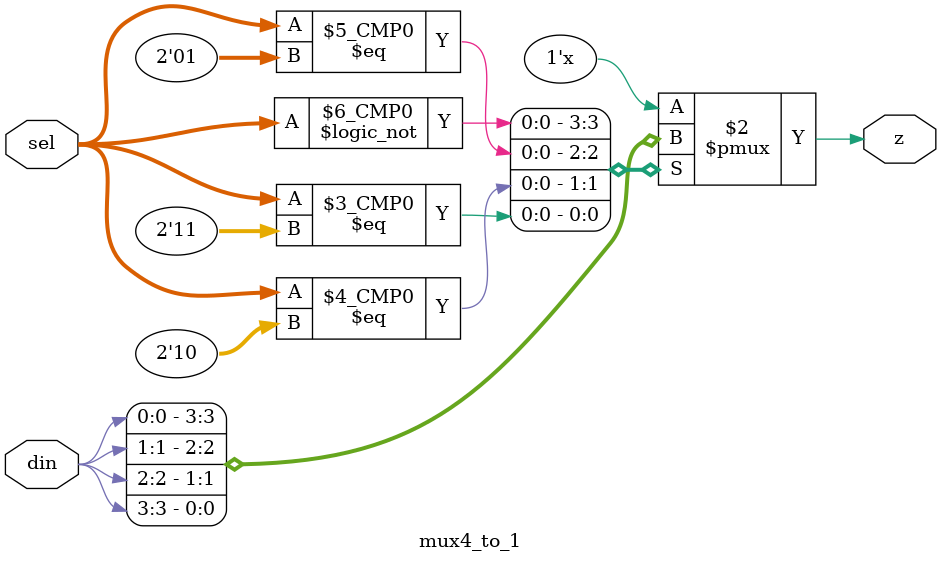
<source format=v>
`timescale 1ns/1ns

module mux4_to_1(/*autoarg*/
   // Outputs
   z,
   // Inputs
   din, sel
   );
   input [3:0] din;
   input [1:0] sel;
   output  reg   z;

   always@(*)
     begin
	case(sel)
	  2'h0 : z = din[0];
	  2'h1 : z = din[1];
	  2'h2 : z = din[2];
	  2'h3 : z = din[3];
	  default : z = 1'h0;
	endcase // case (sel)
     end
endmodule // mux4_to_1
// Local Variable:
// Verilog-Library-Directories: (".")
// End:
   
   

</source>
